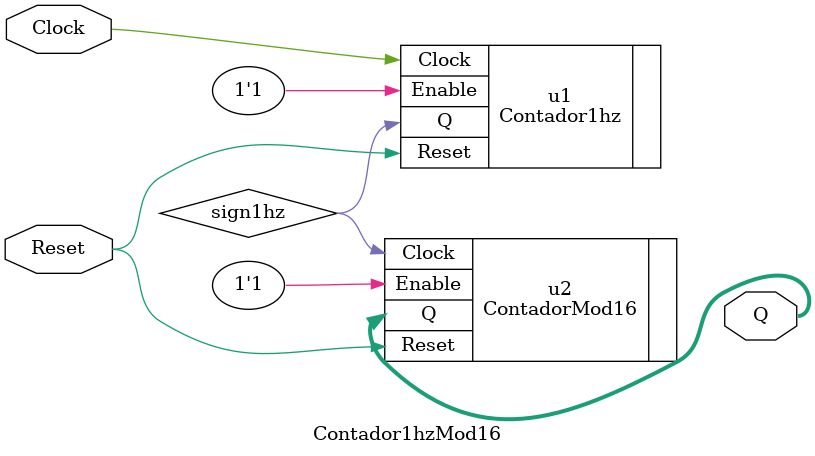
<source format=v>
`timescale 1ns / 1ps


module Contador1hzMod16(
    input Clock,
    input Reset,
    output [3:0] Q
    );
    
//get sign of 1hz 
wire sign1hz;
Contador1hz u1(
    .Clock(Clock),
    .Reset(Reset),
    .Enable(1'b1),
    .Q(sign1hz)
);

//get counter mod 16, with clock of 1hz
ContadorMod16 u2(
    .Clock(sign1hz),
    .Reset(Reset),
    .Enable(1'b1),
    .Q(Q)
);
endmodule

</source>
